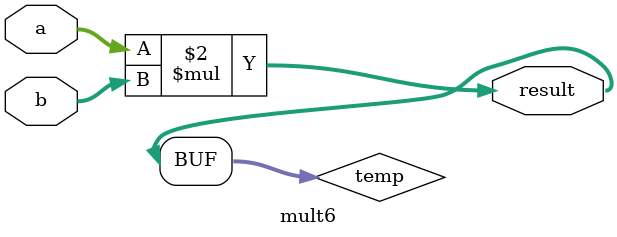
<source format=v>
module mult6 (input [1:0] a, b,
            output [3:0] result);

    reg [3:0] temp;

    always @(*) begin
        temp = a * b;
    end

    assign result = temp;
endmodule
</source>
